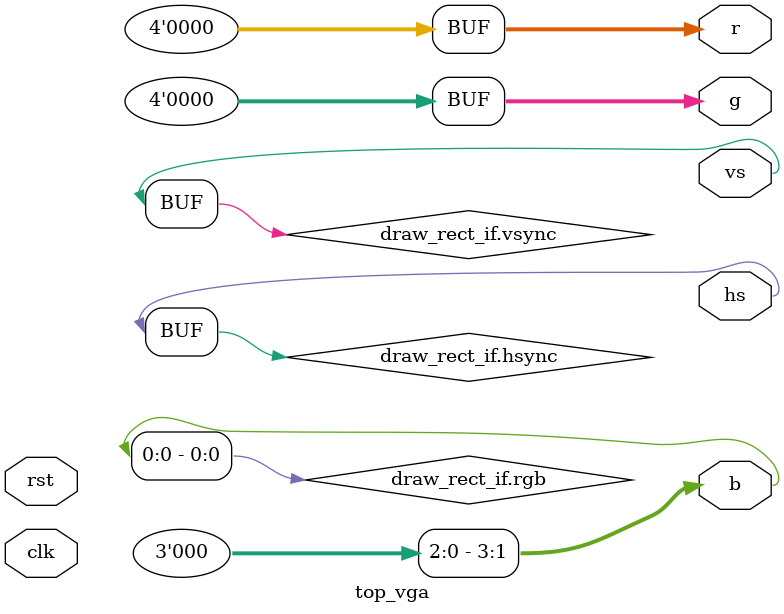
<source format=sv>
/**
 * San Jose State University
 * EE178 Lab #4
 * Author: prof. Eric Crabilla
 *
 * Modified by:
 * 2023  AGH University of Science and Technology
 * MTM UEC2
 * Piotr Kaczmarczyk
 *
 * Description:
 * The project top module.
 */

`timescale 1 ns / 1 ps

module top_vga (
    input  logic clk,
    input  logic rst,
    output logic vs,
    output logic hs,
    output logic [3:0] r,
    output logic [3:0] g,
    output logic [3:0] b

);

    vga_if draw_rect_if();
    vga_if draw_bg_if();
    vga_if timing_if();
/**
 * Local variables and signals
 */

// VGA signals from timing
wire [10:0] vcount_tim, hcount_tim;
wire vsync_tim, hsync_tim;
wire vblnk_tim, hblnk_tim;

// VGA signals from background
wire [10:0] vcount_bg, hcount_bg;
wire vsync_bg, hsync_bg;
wire vblnk_bg, hblnk_bg;
wire [11:0] rgb_bg;

// VGA signals from draw
wire [10:0] vcount_dg, hcount_dg;
wire vsync_dg, hsync_dg;
wire vblnk_dg, hblnk_dg;
wire [11:0] rgb_out;

/**
 * Signals assignments
 */

assign vs = draw_rect_if.vsync;
assign hs = draw_rect_if.hsync;
assign {r,g,b} = draw_rect_if.rgb;


/**
 * Submodules instances
 */

vga_timing u_vga_timing (
     .pclk (clk),
     .rst,

    .out(timing_if)
);

draw_bg u_draw_bg (
    .clk (clk),
    .rst,
    .in(timing_if),
    .out(draw_bg_if)
);

draw_rect u_rect_ (
    .clk (clk),
    .rst,

    .in(draw_bg_if),
    .out(draw_rect_if)
);


endmodule

</source>
